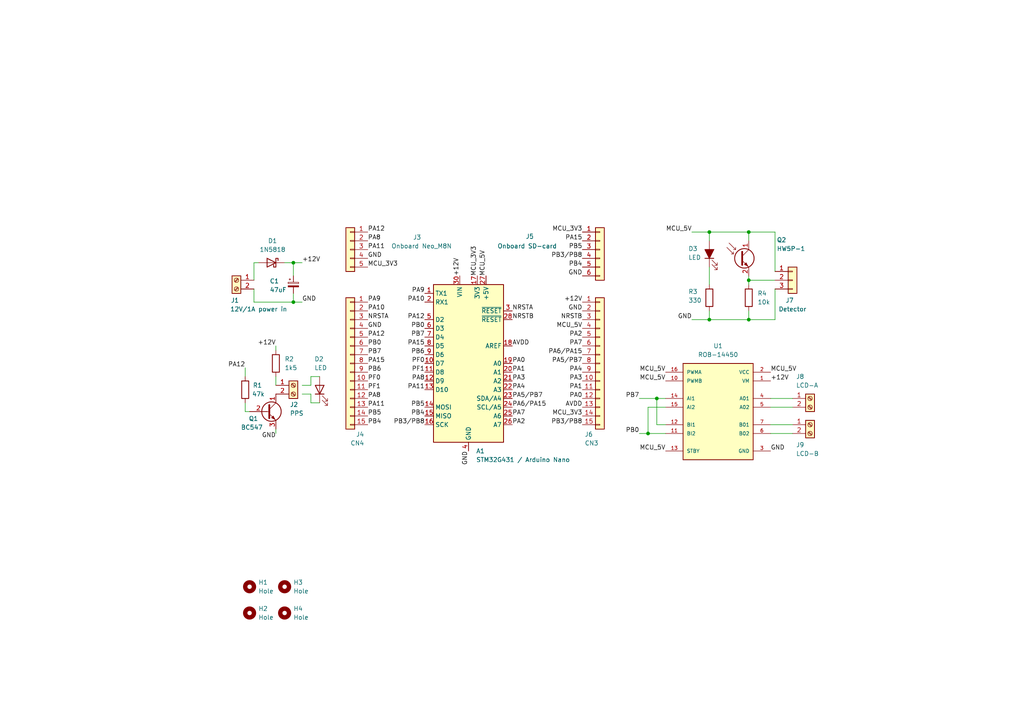
<source format=kicad_sch>
(kicad_sch (version 20231120) (generator "eeschema") (generator_version "8.0")
  (paper "A4")
  (lib_symbols
    (symbol "Connector:Screw_Terminal_01x02" (pin_names (offset 1.016) hide)
      (property "Reference" "J" (at 0 2.54 0))
      (property "Value" "Screw_Terminal_01x02" (at 0 -5.08 0))
      (symbol "Screw_Terminal_01x02_1_1"
        (rectangle (start -1.27 1.27) (end 1.27 -3.81) (stroke (width 0.254)) (fill (type background)))
        (circle (center 0 -2.54) (radius 0.635) (stroke (width 0.1524)))
        (polyline (pts (xy -0.5334 -2.2098) (xy 0.3302 -3.048)) (stroke (width 0.1524)))
        (polyline (pts (xy -0.5334 0.3302) (xy 0.3302 -0.508)) (stroke (width 0.1524)))
        (polyline (pts (xy -0.3556 -2.032) (xy 0.508 -2.8702)) (stroke (width 0.1524)))
        (polyline (pts (xy -0.3556 0.508) (xy 0.508 -0.3302)) (stroke (width 0.1524)))
        (circle (center 0 0) (radius 0.635) (stroke (width 0.1524)))
        (pin passive line (at -5.08 0 0) (length 3.81) (name "Pin_1") (number "1"))
        (pin passive line (at -5.08 -2.54 0) (length 3.81) (name "Pin_2") (number "2"))
      )
    )
    (symbol "Connector_Generic:Conn_01x03" (pin_names (offset 1.016) hide)
      (property "Reference" "J" (at 0 5.08 0))
      (property "Value" "Conn_01x03" (at 0 -5.08 0))
      (symbol "Conn_01x03_1_1"
        (rectangle (start -1.27 -2.413) (end 0 -2.667) (stroke (width 0.1524)))
        (rectangle (start -1.27 0.127) (end 0 -0.127) (stroke (width 0.1524)))
        (rectangle (start -1.27 2.667) (end 0 2.413) (stroke (width 0.1524)))
        (rectangle (start -1.27 3.81) (end 1.27 -3.81) (stroke (width 0.254)) (fill (type background)))
        (pin passive line (at -5.08 2.54 0) (length 3.81) (name "Pin_1") (number "1"))
        (pin passive line (at -5.08 0 0) (length 3.81) (name "Pin_2") (number "2"))
        (pin passive line (at -5.08 -2.54 0) (length 3.81) (name "Pin_3") (number "3"))
      )
    )
    (symbol "Connector_Generic:Conn_01x05" (pin_names (offset 1.016) hide)
      (property "Reference" "J" (at 0 7.62 0))
      (property "Value" "Conn_01x05" (at 0 -7.62 0))
      (symbol "Conn_01x05_1_1"
        (rectangle (start -1.27 -4.953) (end 0 -5.207) (stroke (width 0.1524)))
        (rectangle (start -1.27 -2.413) (end 0 -2.667) (stroke (width 0.1524)))
        (rectangle (start -1.27 0.127) (end 0 -0.127) (stroke (width 0.1524)))
        (rectangle (start -1.27 2.667) (end 0 2.413) (stroke (width 0.1524)))
        (rectangle (start -1.27 5.207) (end 0 4.953) (stroke (width 0.1524)))
        (rectangle (start -1.27 6.35) (end 1.27 -6.35) (stroke (width 0.254)) (fill (type background)))
        (pin passive line (at -5.08 5.08 0) (length 3.81) (name "Pin_1") (number "1"))
        (pin passive line (at -5.08 2.54 0) (length 3.81) (name "Pin_2") (number "2"))
        (pin passive line (at -5.08 0 0) (length 3.81) (name "Pin_3") (number "3"))
        (pin passive line (at -5.08 -2.54 0) (length 3.81) (name "Pin_4") (number "4"))
        (pin passive line (at -5.08 -5.08 0) (length 3.81) (name "Pin_5") (number "5"))
      )
    )
    (symbol "Connector_Generic:Conn_01x06" (pin_names (offset 1.016) hide)
      (property "Reference" "J" (at 0 7.62 0))
      (property "Value" "Conn_01x06" (at 0 -10.16 0))
      (symbol "Conn_01x06_1_1"
        (rectangle (start -1.27 -7.493) (end 0 -7.747) (stroke (width 0.1524)))
        (rectangle (start -1.27 -4.953) (end 0 -5.207) (stroke (width 0.1524)))
        (rectangle (start -1.27 -2.413) (end 0 -2.667) (stroke (width 0.1524)))
        (rectangle (start -1.27 0.127) (end 0 -0.127) (stroke (width 0.1524)))
        (rectangle (start -1.27 2.667) (end 0 2.413) (stroke (width 0.1524)))
        (rectangle (start -1.27 5.207) (end 0 4.953) (stroke (width 0.1524)))
        (rectangle (start -1.27 6.35) (end 1.27 -8.89) (stroke (width 0.254)) (fill (type background)))
        (pin passive line (at -5.08 5.08 0) (length 3.81) (name "Pin_1") (number "1"))
        (pin passive line (at -5.08 2.54 0) (length 3.81) (name "Pin_2") (number "2"))
        (pin passive line (at -5.08 0 0) (length 3.81) (name "Pin_3") (number "3"))
        (pin passive line (at -5.08 -2.54 0) (length 3.81) (name "Pin_4") (number "4"))
        (pin passive line (at -5.08 -5.08 0) (length 3.81) (name "Pin_5") (number "5"))
        (pin passive line (at -5.08 -7.62 0) (length 3.81) (name "Pin_6") (number "6"))
      )
    )
    (symbol "Connector_Generic:Conn_01x15" (pin_names (offset 1.016) hide)
      (property "Reference" "J" (at 0 20.32 0))
      (property "Value" "Conn_01x15" (at 0 -20.32 0))
      (symbol "Conn_01x15_1_1"
        (rectangle (start -1.27 -17.653) (end 0 -17.907) (stroke (width 0.1524)))
        (rectangle (start -1.27 -15.113) (end 0 -15.367) (stroke (width 0.1524)))
        (rectangle (start -1.27 -12.573) (end 0 -12.827) (stroke (width 0.1524)))
        (rectangle (start -1.27 -10.033) (end 0 -10.287) (stroke (width 0.1524)))
        (rectangle (start -1.27 -7.493) (end 0 -7.747) (stroke (width 0.1524)))
        (rectangle (start -1.27 -4.953) (end 0 -5.207) (stroke (width 0.1524)))
        (rectangle (start -1.27 -2.413) (end 0 -2.667) (stroke (width 0.1524)))
        (rectangle (start -1.27 0.127) (end 0 -0.127) (stroke (width 0.1524)))
        (rectangle (start -1.27 2.667) (end 0 2.413) (stroke (width 0.1524)))
        (rectangle (start -1.27 5.207) (end 0 4.953) (stroke (width 0.1524)))
        (rectangle (start -1.27 7.747) (end 0 7.493) (stroke (width 0.1524)))
        (rectangle (start -1.27 10.287) (end 0 10.033) (stroke (width 0.1524)))
        (rectangle (start -1.27 12.827) (end 0 12.573) (stroke (width 0.1524)))
        (rectangle (start -1.27 15.367) (end 0 15.113) (stroke (width 0.1524)))
        (rectangle (start -1.27 17.907) (end 0 17.653) (stroke (width 0.1524)))
        (rectangle (start -1.27 19.05) (end 1.27 -19.05) (stroke (width 0.254)) (fill (type background)))
        (pin passive line (at -5.08 17.78 0) (length 3.81) (name "Pin_1") (number "1"))
        (pin passive line (at -5.08 -5.08 0) (length 3.81) (name "Pin_10") (number "10"))
        (pin passive line (at -5.08 -7.62 0) (length 3.81) (name "Pin_11") (number "11"))
        (pin passive line (at -5.08 -10.16 0) (length 3.81) (name "Pin_12") (number "12"))
        (pin passive line (at -5.08 -12.7 0) (length 3.81) (name "Pin_13") (number "13"))
        (pin passive line (at -5.08 -15.24 0) (length 3.81) (name "Pin_14") (number "14"))
        (pin passive line (at -5.08 -17.78 0) (length 3.81) (name "Pin_15") (number "15"))
        (pin passive line (at -5.08 15.24 0) (length 3.81) (name "Pin_2") (number "2"))
        (pin passive line (at -5.08 12.7 0) (length 3.81) (name "Pin_3") (number "3"))
        (pin passive line (at -5.08 10.16 0) (length 3.81) (name "Pin_4") (number "4"))
        (pin passive line (at -5.08 7.62 0) (length 3.81) (name "Pin_5") (number "5"))
        (pin passive line (at -5.08 5.08 0) (length 3.81) (name "Pin_6") (number "6"))
        (pin passive line (at -5.08 2.54 0) (length 3.81) (name "Pin_7") (number "7"))
        (pin passive line (at -5.08 0 0) (length 3.81) (name "Pin_8") (number "8"))
        (pin passive line (at -5.08 -2.54 0) (length 3.81) (name "Pin_9") (number "9"))
      )
    )
    (symbol "Device:C_Polarized_Small" (pin_numbers hide) (pin_names (offset 0.254) hide)
      (property "Reference" "C" (at 0.254 1.778 0))
      (property "Value" "C_Polarized_Small" (at 0.254 -2.032 0))
      (symbol "C_Polarized_Small_0_1"
        (rectangle (start -1.524 -0.3048) (end 1.524 -0.6858) (fill (type outline)))
        (rectangle (start -1.524 0.6858) (end 1.524 0.3048))
        (polyline (pts (xy -1.27 1.524) (xy -0.762 1.524)))
        (polyline (pts (xy -1.016 1.27) (xy -1.016 1.778)))
      )
      (symbol "C_Polarized_Small_1_1"
        (pin passive line (at 0 2.54 270) (length 1.8542) (name "~") (number "1"))
        (pin passive line (at 0 -2.54 90) (length 1.8542) (name "~") (number "2"))
      )
    )
    (symbol "Device:LED" (pin_numbers hide) (pin_names (offset 1.016) hide)
      (property "Reference" "D" (at 0 2.54 0))
      (property "Value" "LED" (at 0 -2.54 0))
      (symbol "LED_0_1"
        (polyline (pts (xy -1.27 -1.27) (xy -1.27 1.27)) (stroke (width 0.254)))
        (polyline (pts (xy -1.27 0) (xy 1.27 0)))
        (polyline (pts (xy 1.27 -1.27) (xy 1.27 1.27) (xy -1.27 0) (xy 1.27 -1.27)) (stroke (width 0.254)))
        (polyline (pts (xy -3.048 -0.762) (xy -4.572 -2.286) (xy -3.81 -2.286) (xy -4.572 -2.286) (xy -4.572 -1.524)))
        (polyline (pts (xy -1.778 -0.762) (xy -3.302 -2.286) (xy -2.54 -2.286) (xy -3.302 -2.286) (xy -3.302 -1.524)))
      )
      (symbol "LED_1_1"
        (pin passive line (at -3.81 0 0) (length 2.54) (name "K") (number "1"))
        (pin passive line (at 3.81 0 180) (length 2.54) (name "A") (number "2"))
      )
    )
    (symbol "Device:LED_Filled" (pin_numbers hide) (pin_names (offset 1.016) hide)
      (property "Reference" "D" (at 0 2.54 0))
      (property "Value" "LED_Filled" (at 0 -2.54 0))
      (symbol "LED_Filled_0_1"
        (polyline (pts (xy -1.27 -1.27) (xy -1.27 1.27)) (stroke (width 0.254)))
        (polyline (pts (xy -1.27 0) (xy 1.27 0)))
        (polyline (pts (xy 1.27 -1.27) (xy 1.27 1.27) (xy -1.27 0) (xy 1.27 -1.27)) (stroke (width 0.254)) (fill (type outline)))
        (polyline (pts (xy -3.048 -0.762) (xy -4.572 -2.286) (xy -3.81 -2.286) (xy -4.572 -2.286) (xy -4.572 -1.524)))
        (polyline (pts (xy -1.778 -0.762) (xy -3.302 -2.286) (xy -2.54 -2.286) (xy -3.302 -2.286) (xy -3.302 -1.524)))
      )
      (symbol "LED_Filled_1_1"
        (pin passive line (at -3.81 0 0) (length 2.54) (name "K") (number "1"))
        (pin passive line (at 3.81 0 180) (length 2.54) (name "A") (number "2"))
      )
    )
    (symbol "Device:R" (pin_numbers hide) (pin_names (offset 0))
      (property "Reference" "R" (at 2.032 0 90))
      (property "Value" "R" (at 0 0 90))
      (symbol "R_0_1"
        (rectangle (start -1.016 -2.54) (end 1.016 2.54) (stroke (width 0.254)))
      )
      (symbol "R_1_1"
        (pin passive line (at 0 3.81 270) (length 1.27) (name "~") (number "1"))
        (pin passive line (at 0 -3.81 90) (length 1.27) (name "~") (number "2"))
      )
    )
    (symbol "Diode:1N5818" (pin_numbers hide) (pin_names (offset 1.016) hide)
      (property "Reference" "D" (at 0 2.54 0))
      (property "Value" "1N5818" (at 0 -2.54 0))
      (symbol "1N5818_0_1"
        (polyline (pts (xy 1.27 0) (xy -1.27 0)))
        (polyline (pts (xy 1.27 1.27) (xy 1.27 -1.27) (xy -1.27 0) (xy 1.27 1.27)) (stroke (width 0.254)))
        (polyline (pts (xy -1.905 0.635) (xy -1.905 1.27) (xy -1.27 1.27) (xy -1.27 -1.27) (xy -0.635 -1.27) (xy -0.635 -0.635)) (stroke (width 0.254)))
      )
      (symbol "1N5818_1_1"
        (pin passive line (at -3.81 0 0) (length 2.54) (name "K") (number "1"))
        (pin passive line (at 3.81 0 180) (length 2.54) (name "A") (number "2"))
      )
    )
    (symbol "MCU_Module:Arduino_Nano_Every"
      (property "Reference" "A" (at -10.16 23.495 0))
      (property "Value" "Arduino_Nano_Every" (at 5.08 -24.13 0))
      (symbol "Arduino_Nano_Every_0_1"
        (rectangle (start -10.16 22.86) (end 10.16 -22.86) (stroke (width 0.254)) (fill (type background)))
      )
      (symbol "Arduino_Nano_Every_1_1"
        (pin bidirectional line (at -12.7 20.32 0) (length 2.54) (name "TX1") (number "1"))
        (pin bidirectional line (at -12.7 0 0) (length 2.54) (name "D7") (number "10"))
        (pin bidirectional line (at -12.7 -2.54 0) (length 2.54) (name "D8") (number "11"))
        (pin bidirectional line (at -12.7 -5.08 0) (length 2.54) (name "D9") (number "12"))
        (pin bidirectional line (at -12.7 -7.62 0) (length 2.54) (name "D10") (number "13"))
        (pin bidirectional line (at -12.7 -12.7 0) (length 2.54) (name "MOSI") (number "14"))
        (pin bidirectional line (at -12.7 -15.24 0) (length 2.54) (name "MISO") (number "15"))
        (pin bidirectional line (at -12.7 -17.78 0) (length 2.54) (name "SCK") (number "16"))
        (pin power_out line (at 2.54 25.4 270) (length 2.54) (name "3V3") (number "17"))
        (pin input line (at 12.7 5.08 180) (length 2.54) (name "AREF") (number "18"))
        (pin bidirectional line (at 12.7 0 180) (length 2.54) (name "A0") (number "19"))
        (pin bidirectional line (at -12.7 17.78 0) (length 2.54) (name "RX1") (number "2"))
        (pin bidirectional line (at 12.7 -2.54 180) (length 2.54) (name "A1") (number "20"))
        (pin bidirectional line (at 12.7 -5.08 180) (length 2.54) (name "A2") (number "21"))
        (pin bidirectional line (at 12.7 -7.62 180) (length 2.54) (name "A3") (number "22"))
        (pin bidirectional line (at 12.7 -10.16 180) (length 2.54) (name "SDA/A4") (number "23"))
        (pin bidirectional line (at 12.7 -12.7 180) (length 2.54) (name "SCL/A5") (number "24"))
        (pin bidirectional line (at 12.7 -15.24 180) (length 2.54) (name "A6") (number "25"))
        (pin bidirectional line (at 12.7 -17.78 180) (length 2.54) (name "A7") (number "26"))
        (pin power_out line (at 5.08 25.4 270) (length 2.54) (name "+5V") (number "27"))
        (pin input line (at 12.7 12.7 180) (length 2.54) (name "~{RESET}") (number "28"))
        (pin passive line (at 0 -25.4 90) (length 2.54) hide (name "GND") (number "29"))
        (pin input line (at 12.7 15.24 180) (length 2.54) (name "~{RESET}") (number "3"))
        (pin power_in line (at -2.54 25.4 270) (length 2.54) (name "VIN") (number "30"))
        (pin power_in line (at 0 -25.4 90) (length 2.54) (name "GND") (number "4"))
        (pin bidirectional line (at -12.7 12.7 0) (length 2.54) (name "D2") (number "5"))
        (pin bidirectional line (at -12.7 10.16 0) (length 2.54) (name "D3") (number "6"))
        (pin bidirectional line (at -12.7 7.62 0) (length 2.54) (name "D4") (number "7"))
        (pin bidirectional line (at -12.7 5.08 0) (length 2.54) (name "D5") (number "8"))
        (pin bidirectional line (at -12.7 2.54 0) (length 2.54) (name "D6") (number "9"))
      )
    )
    (symbol "Mechanical:MountingHole" (pin_names (offset 1.016)) (exclude_from_sim yes) (in_bom no)
      (property "Reference" "H" (at 0 5.08 0))
      (property "Value" "MountingHole" (at 0 3.175 0))
      (symbol "MountingHole_0_1"
        (circle (center 0 0) (radius 1.27) (stroke (width 1.27)))
      )
    )
    (symbol "Sensor_Optical:BPW40" (pin_names (offset 0) hide)
      (property "Reference" "Q" (at 5.08 1.27 0))
      (property "Value" "BPW40" (at 5.08 -1.27 0))
      (symbol "BPW40_0_1"
        (polyline (pts (xy -1.905 1.27) (xy -2.54 1.27)))
        (polyline (pts (xy -1.27 2.54) (xy -1.905 2.54)))
        (polyline (pts (xy 0.635 0.635) (xy 2.54 2.54)))
        (polyline (pts (xy -3.81 3.175) (xy -1.905 1.27) (xy -1.905 1.905)))
        (polyline (pts (xy -3.175 4.445) (xy -1.27 2.54) (xy -1.27 3.175)))
        (polyline (pts (xy 0.635 -0.635) (xy 2.54 -2.54) (xy 2.54 -2.54)))
        (polyline (pts (xy 0.635 1.905) (xy 0.635 -1.905) (xy 0.635 -1.905)) (stroke (width 0.508)))
        (polyline (pts (xy 1.27 -1.778) (xy 1.778 -1.27) (xy 2.286 -2.286) (xy 1.27 -1.778) (xy 1.27 -1.778)) (fill (type outline)))
        (circle (center 1.27 0) (radius 2.8194) (stroke (width 0.254)))
      )
      (symbol "BPW40_1_1"
        (pin passive line (at 2.54 5.08 270) (length 2.54) (name "C") (number "1"))
        (pin passive line (at 2.54 -5.08 90) (length 2.54) (name "E") (number "2"))
      )
    )
    (symbol "TB6612_Motor_Driver_Module:ROB-14450" (pin_names (offset 1.016))
      (property "Reference" "U5" (at 0 20.32 0))
      (property "Value" "ROB-14450" (at 0 17.78 0))
      (symbol "ROB-14450_0_0"
        (rectangle (start -10.16 -12.7) (end 10.16 15.24) (stroke (width 0.254)) (fill (type background)))
        (pin power_in line (at 15.24 10.16 180) (length 5.08) (name "VM") (number "1"))
        (pin input line (at -15.24 10.16 0) (length 5.08) (name "PWMB") (number "10"))
        (pin input line (at -15.24 -5.08 0) (length 5.08) (name "BI2") (number "11"))
        (pin input line (at -15.24 -2.54 0) (length 5.08) (name "BI1") (number "12"))
        (pin input line (at -15.24 -10.16 0) (length 5.08) (name "STBY") (number "13"))
        (pin input line (at -15.24 5.08 0) (length 5.08) (name "AI1") (number "14"))
        (pin input line (at -15.24 2.54 0) (length 5.08) (name "AI2") (number "15"))
        (pin input line (at -15.24 12.7 0) (length 5.08) (name "PWMA") (number "16"))
        (pin power_in line (at 15.24 12.7 180) (length 5.08) (name "VCC") (number "2"))
        (pin power_in line (at 15.24 -10.16 180) (length 5.08) (name "GND") (number "3"))
        (pin output line (at 15.24 5.08 180) (length 5.08) (name "A01") (number "4"))
        (pin output line (at 15.24 2.54 180) (length 5.08) (name "A02") (number "5"))
        (pin output line (at 15.24 -5.08 180) (length 5.08) (name "B02") (number "6"))
        (pin output line (at 15.24 -2.54 180) (length 5.08) (name "B01") (number "7"))
        (pin power_in line (at 15.24 -10.16 180) (length 5.08) hide (name "GND") (number "8"))
        (pin power_in line (at 15.24 -10.16 180) (length 5.08) hide (name "GND") (number "9"))
      )
    )
    (symbol "Transistor_BJT:BC547" (pin_names (offset 0) hide)
      (property "Reference" "Q" (at 5.08 1.905 0))
      (property "Value" "BC547" (at 5.08 0 0))
      (symbol "BC547_0_1"
        (polyline (pts (xy 0 0) (xy 0.635 0)))
        (polyline (pts (xy 0.635 0.635) (xy 2.54 2.54)))
        (polyline (pts (xy 0.635 -0.635) (xy 2.54 -2.54) (xy 2.54 -2.54)))
        (polyline (pts (xy 0.635 1.905) (xy 0.635 -1.905) (xy 0.635 -1.905)) (stroke (width 0.508)))
        (polyline (pts (xy 1.27 -1.778) (xy 1.778 -1.27) (xy 2.286 -2.286) (xy 1.27 -1.778) (xy 1.27 -1.778)) (fill (type outline)))
        (circle (center 1.27 0) (radius 2.8194) (stroke (width 0.254)))
      )
      (symbol "BC547_1_1"
        (pin passive line (at 2.54 5.08 270) (length 2.54) (name "C") (number "1"))
        (pin input line (at -5.08 0 0) (length 5.08) (name "B") (number "2"))
        (pin passive line (at 2.54 -5.08 90) (length 2.54) (name "E") (number "3"))
      )
    )
  )
  (junction (at 85.09 76.2))
  (junction (at 217.17 92.71))
  (junction (at 190.5 115.57))
  (junction (at 217.17 67.31))
  (junction (at 205.74 67.31))
  (junction (at 187.96 125.73))
  (junction (at 205.74 92.71))
  (junction (at 217.17 81.28))
  (junction (at 85.09 87.63))
  (wire (pts (xy 205.74 67.31) (xy 217.17 67.31)))
  (wire (pts (xy 224.79 83.82) (xy 224.79 92.71)))
  (wire (pts (xy 71.12 116.84) (xy 71.12 119.38)))
  (wire (pts (xy 223.52 125.73) (xy 229.87 125.73)))
  (wire (pts (xy 217.17 81.28) (xy 224.79 81.28)))
  (wire (pts (xy 217.17 80.01) (xy 217.17 81.28)))
  (wire (pts (xy 82.55 76.2) (xy 85.09 76.2)))
  (wire (pts (xy 217.17 67.31) (xy 224.79 67.31)))
  (wire (pts (xy 90.17 111.76) (xy 90.17 109.22)))
  (wire (pts (xy 80.01 124.46) (xy 80.01 125.73)))
  (wire (pts (xy 85.09 76.2) (xy 87.63 76.2)))
  (wire (pts (xy 85.09 87.63) (xy 87.63 87.63)))
  (wire (pts (xy 185.42 125.73) (xy 187.96 125.73)))
  (wire (pts (xy 185.42 115.57) (xy 190.5 115.57)))
  (wire (pts (xy 205.74 67.31) (xy 205.74 69.85)))
  (wire (pts (xy 217.17 90.17) (xy 217.17 92.71)))
  (wire (pts (xy 205.74 92.71) (xy 217.17 92.71)))
  (wire (pts (xy 80.01 100.33) (xy 80.01 101.6)))
  (wire (pts (xy 85.09 85.09) (xy 85.09 87.63)))
  (wire (pts (xy 200.66 67.31) (xy 205.74 67.31)))
  (wire (pts (xy 187.96 118.11) (xy 187.96 125.73)))
  (wire (pts (xy 87.63 111.76) (xy 90.17 111.76)))
  (wire (pts (xy 217.17 92.71) (xy 224.79 92.71)))
  (wire (pts (xy 90.17 116.84) (xy 92.71 116.84)))
  (wire (pts (xy 193.04 118.11) (xy 187.96 118.11)))
  (wire (pts (xy 223.52 118.11) (xy 229.87 118.11)))
  (wire (pts (xy 187.96 125.73) (xy 193.04 125.73)))
  (wire (pts (xy 90.17 114.3) (xy 90.17 116.84)))
  (wire (pts (xy 217.17 81.28) (xy 217.17 82.55)))
  (wire (pts (xy 217.17 67.31) (xy 217.17 69.85)))
  (wire (pts (xy 90.17 109.22) (xy 92.71 109.22)))
  (wire (pts (xy 73.66 83.82) (xy 73.66 87.63)))
  (wire (pts (xy 190.5 123.19) (xy 193.04 123.19)))
  (wire (pts (xy 200.66 92.71) (xy 205.74 92.71)))
  (wire (pts (xy 190.5 115.57) (xy 193.04 115.57)))
  (wire (pts (xy 85.09 76.2) (xy 85.09 80.01)))
  (wire (pts (xy 224.79 78.74) (xy 224.79 67.31)))
  (wire (pts (xy 80.01 109.22) (xy 80.01 111.76)))
  (wire (pts (xy 223.52 123.19) (xy 229.87 123.19)))
  (wire (pts (xy 205.74 77.47) (xy 205.74 82.55)))
  (wire (pts (xy 71.12 119.38) (xy 72.39 119.38)))
  (wire (pts (xy 85.09 87.63) (xy 73.66 87.63)))
  (wire (pts (xy 223.52 115.57) (xy 229.87 115.57)))
  (wire (pts (xy 190.5 115.57) (xy 190.5 123.19)))
  (wire (pts (xy 205.74 90.17) (xy 205.74 92.71)))
  (wire (pts (xy 73.66 76.2) (xy 73.66 81.28)))
  (wire (pts (xy 87.63 114.3) (xy 90.17 114.3)))
  (wire (pts (xy 71.12 106.68) (xy 71.12 109.22)))
  (wire (pts (xy 74.93 76.2) (xy 73.66 76.2)))
  (label "PB6" (at 106.68 107.95 0))
  (label "PA7" (at 168.91 100.33 180))
  (label "PA6{slash}PA15" (at 168.91 102.87 180))
  (label "PA0" (at 168.91 115.57 180))
  (label "PA7" (at 148.59 120.65 0))
  (label "GND" (at 87.63 87.63 0))
  (label "PF1" (at 106.68 113.03 0))
  (label "GND" (at 106.68 95.25 0))
  (label "PF0" (at 123.19 105.41 180))
  (label "MCU_3V3" (at 138.43 80.01 90))
  (label "PB4" (at 106.68 123.19 0))
  (label "MCU_5V" (at 140.97 80.01 90))
  (label "PB7" (at 185.42 115.57 180))
  (label "NRSTB" (at 168.91 92.71 180))
  (label "PA11" (at 106.68 72.39 0))
  (label "PB4" (at 123.19 120.65 180))
  (label "GND" (at 106.68 74.93 0))
  (label "+12V" (at 168.91 87.63 180))
  (label "PA4" (at 168.91 107.95 180))
  (label "NRSTA" (at 106.68 92.71 0))
  (label "+12V" (at 80.01 100.33 180))
  (label "PA3" (at 168.91 110.49 180))
  (label "MCU_3V3" (at 106.68 77.47 0))
  (label "MCU_5V" (at 193.04 110.49 180))
  (label "PB5" (at 123.19 118.11 180))
  (label "PA12" (at 106.68 67.31 0))
  (label "PA2" (at 148.59 123.19 0))
  (label "PB3{slash}PB8" (at 168.91 123.19 180))
  (label "MCU_5V" (at 200.66 67.31 180))
  (label "PA15" (at 123.19 100.33 180))
  (label "PA8" (at 106.68 69.85 0))
  (label "PB4" (at 168.91 77.47 180))
  (label "MCU_5V" (at 193.04 107.95 180))
  (label "PA6{slash}PA15" (at 148.59 118.11 0))
  (label "PA3" (at 148.59 110.49 0))
  (label "PA8" (at 123.19 110.49 180))
  (label "PA1" (at 148.59 107.95 0))
  (label "PA10" (at 123.19 87.63 180))
  (label "PA5{slash}PB7" (at 168.91 105.41 180))
  (label "PB0" (at 185.42 125.73 180))
  (label "PB0" (at 106.68 100.33 0))
  (label "MCU_3V3" (at 168.91 67.31 180))
  (label "PA8" (at 106.68 115.57 0))
  (label "PB5" (at 168.91 72.39 180))
  (label "MCU_5V" (at 193.04 130.81 180))
  (label "PA12" (at 106.68 97.79 0))
  (label "PA10" (at 106.68 90.17 0))
  (label "GND" (at 168.91 80.01 180))
  (label "+12V" (at 223.52 110.49 0))
  (label "PF0" (at 106.68 110.49 0))
  (label "PA5{slash}PB7" (at 148.59 115.57 0))
  (label "PA2" (at 168.91 97.79 180))
  (label "PA12" (at 123.19 92.71 180))
  (label "+12V" (at 133.35 80.01 90))
  (label "PA4" (at 148.59 113.03 0))
  (label "NRSTB" (at 148.59 92.71 0))
  (label "PB7" (at 123.19 97.79 180))
  (label "PB7" (at 106.68 102.87 0))
  (label "MCU_3V3" (at 168.91 120.65 180))
  (label "PA12" (at 71.12 106.68 180))
  (label "PA11" (at 123.19 113.03 180))
  (label "AVDD" (at 148.59 100.33 0))
  (label "MCU_5V" (at 223.52 107.95 0))
  (label "GND" (at 223.52 130.81 0))
  (label "PA15" (at 106.68 105.41 0))
  (label "PF1" (at 123.19 107.95 180))
  (label "GND" (at 135.89 130.81 270))
  (label "+12V" (at 87.63 76.2 0))
  (label "GND" (at 168.91 90.17 180))
  (label "PA9" (at 123.19 85.09 180))
  (label "PB3{slash}PB8" (at 123.19 123.19 180))
  (label "AVDD" (at 168.91 118.11 180))
  (label "PA1" (at 168.91 113.03 180))
  (label "NRSTA" (at 148.59 90.17 0))
  (label "PB0" (at 123.19 95.25 180))
  (label "PA11" (at 106.68 118.11 0))
  (label "GND" (at 200.66 92.71 180))
  (label "PB3{slash}PB8" (at 168.91 74.93 180))
  (label "MCU_5V" (at 168.91 95.25 180))
  (label "GND" (at 80.01 125.73 180))
  (label "PA9" (at 106.68 87.63 0))
  (label "PB6" (at 123.19 102.87 180))
  (label "PA0" (at 148.59 105.41 0))
  (label "PB5" (at 106.68 120.65 0))
  (label "PA15" (at 168.91 69.85 180))
  (symbol (lib_id "Connector_Generic:Conn_01x15") (at 101.6 105.41 0) (mirror y) (unit 1)
    (property "Reference" "J4" (at 105.664 125.984 0) (effects (justify left)))
    (property "Value" "CN4" (at 105.664 128.524 0) (effects (justify left)))
    (property "Footprint" "Connector_PinSocket_2.54mm:PinSocket_1x15_P2.54mm_Vertical" (effects (hide yes)))
    (property "Description" "Generic connector, single row, 01x15, script generated (kicad-library-utils/schlib/autogen/connector/)" (effects (hide yes)))
  )
  (symbol (lib_id "TB6612_Motor_Driver_Module:ROB-14450") (at 208.28 120.65 0) (unit 1)
    (property "Reference" "U1" (at 208.28 100.33 0))
    (property "Value" "ROB-14450" (at 208.28 102.87 0))
    (property "Footprint" "TB6612_Module_ROB-144450:TB6612_Module_ROB-14450" (effects (hide yes)))
    (property "MF" "SparkFun Electronics" (effects (hide yes)))
    (property "Description_1" "\nTB6612FNG Motor Controller/Driver Power Management Evaluation Board\n" (effects (hide yes)))
    (property "Package" "None" (effects (hide yes)))
    (property "Price" "None" (effects (hide yes)))
    (property "Check_prices" "https://www.snapeda.com/parts/ROB-14450/SparkFun+Electronics/view-part/?ref=eda" (effects (hide yes)))
    (property "STANDARD" "Manufacturer Recommendation" (effects (hide yes)))
    (property "PARTREV" "11-13-17" (effects (hide yes)))
    (property "SnapEDA_Link" "https://www.snapeda.com/parts/ROB-14450/SparkFun+Electronics/view-part/?ref=snap" (effects (hide yes)))
    (property "MP" "ROB-14450" (effects (hide yes)))
    (property "Purchase-URL" "https://www.snapeda.com/api/url_track_click_mouser/?unipart_id=2656367&manufacturer=SparkFun Electronics&part_name=ROB-14450&search_term=None" (effects (hide yes)))
    (property "Availability" "In Stock" (effects (hide yes)))
    (property "MANUFACTURER" "Sparkfun Electronics" (effects (hide yes)))
  )
  (symbol (lib_id "Device:R") (at 80.01 105.41 0) (unit 1)
    (property "Reference" "R2" (at 82.55 104.1399 0) (effects (justify left)))
    (property "Value" "1k5" (at 82.55 106.6799 0) (effects (justify left)))
    (property "Footprint" "Resistor_THT:R_Axial_DIN0207_L6.3mm_D2.5mm_P10.16mm_Horizontal" (effects (hide yes)))
    (property "Description" "Resistor" (effects (hide yes)))
  )
  (symbol (lib_id "Device:LED") (at 92.71 113.03 90) (unit 1) (on_board no)
    (property "Reference" "D2" (at 91.186 104.14 90) (effects (justify right)))
    (property "Value" "LED" (at 91.186 106.68 90) (effects (justify right)))
    (property "Description" "Light emitting diode" (effects (hide yes)))
  )
  (symbol (lib_id "Device:LED_Filled") (at 205.74 73.66 90) (unit 1) (on_board no)
    (property "Reference" "D3" (at 199.644 72.136 90) (effects (justify right)))
    (property "Value" "LED" (at 199.644 74.676 90) (effects (justify right)))
    (property "Footprint" "LED_THT:LED_D5.0mm" (effects (hide yes)))
  )
  (symbol (lib_id "Connector_Generic:Conn_01x15") (at 173.99 105.41 0) (unit 1)
    (property "Reference" "J6" (at 169.5786 125.9865 0) (effects (justify left)))
    (property "Value" "CN3" (at 169.5786 128.5265 0) (effects (justify left)))
    (property "Footprint" "Connector_PinSocket_2.54mm:PinSocket_1x15_P2.54mm_Vertical" (effects (hide yes)))
    (property "Description" "Generic connector, single row, 01x15, script generated (kicad-library-utils/schlib/autogen/connector/)" (effects (hide yes)))
  )
  (symbol (lib_id "Connector:Screw_Terminal_01x02") (at 85.09 111.76 0) (unit 1)
    (property "Reference" "J2" (at 84.074 117.348 0) (effects (justify left)))
    (property "Value" "PPS" (at 84.074 119.888 0) (effects (justify left)))
    (property "Footprint" "Variants:TerminalBlock_RND_1x02_P5.00mm_Horizontal_Small_Courtyard" (effects (hide yes)))
    (property "Description" "Generic screw terminal, single row, 01x02, script generated (kicad-library-utils/schlib/autogen/connector/)" (effects (hide yes)))
  )
  (symbol (lib_id "Mechanical:MountingHole") (at 72.39 170.18 0) (unit 1) (exclude_from_sim yes) (in_bom no)
    (property "Reference" "H1" (at 74.93 168.9099 0) (effects (justify left)))
    (property "Value" "Hole" (at 74.93 171.4499 0) (effects (justify left)))
    (property "Footprint" "MountingHole:MountingHole_3.2mm_M3_ISO14580" (effects (hide yes)))
    (property "Description" "Mounting Hole without connection" (effects (hide yes)))
  )
  (symbol (lib_id "Device:R") (at 217.17 86.36 0) (unit 1) (on_board no)
    (property "Reference" "R4" (at 219.71 85.0899 0) (effects (justify left)))
    (property "Value" "10k" (at 219.71 87.6299 0) (effects (justify left)))
    (property "Footprint" "Resistor_THT:R_Axial_DIN0207_L6.3mm_D2.5mm_P10.16mm_Horizontal" (effects (hide yes)))
    (property "Description" "Resistor" (effects (hide yes)))
  )
  (symbol (lib_id "Connector_Generic:Conn_01x03") (at 229.87 81.28 0) (unit 1) (on_board no)
    (property "Reference" "J7" (at 227.838 87.122 0) (effects (justify left)))
    (property "Value" "Detector" (at 225.806 89.662 0) (effects (justify left)))
    (property "Description" "Generic connector, single row, 01x03, script generated (kicad-library-utils/schlib/autogen/connector/)" (effects (hide yes)))
  )
  (symbol (lib_id "Mechanical:MountingHole") (at 82.55 170.18 0) (unit 1) (exclude_from_sim yes) (in_bom no)
    (property "Reference" "H3" (at 85.09 168.9099 0) (effects (justify left)))
    (property "Value" "Hole" (at 85.09 171.4499 0) (effects (justify left)))
    (property "Footprint" "MountingHole:MountingHole_3.2mm_M3_ISO14580" (effects (hide yes)))
    (property "Description" "Mounting Hole without connection" (effects (hide yes)))
  )
  (symbol (lib_id "Device:R") (at 205.74 86.36 0) (unit 1) (on_board no)
    (property "Reference" "R3" (at 199.644 84.582 0) (effects (justify left)))
    (property "Value" "330" (at 199.644 87.122 0) (effects (justify left)))
    (property "Footprint" "Resistor_THT:R_Axial_DIN0207_L6.3mm_D2.5mm_P10.16mm_Horizontal" (effects (hide yes)))
  )
  (symbol (lib_id "Sensor_Optical:BPW40") (at 214.63 74.93 0) (unit 1) (on_board no)
    (property "Reference" "Q2" (at 225.298 69.596 0) (effects (justify left)))
    (property "Value" "HW5P-1" (at 225.298 72.136 0) (effects (justify left)))
    (property "Footprint" "LED_THT:LED_D5.0mm_Clear" (effects (hide yes)))
    (property "Description" "Phototransistor NPN" (effects (hide yes)))
  )
  (symbol (lib_id "Mechanical:MountingHole") (at 82.55 177.8 0) (unit 1) (exclude_from_sim yes) (in_bom no)
    (property "Reference" "H4" (at 85.09 176.5299 0) (effects (justify left)))
    (property "Value" "Hole" (at 85.09 179.0699 0) (effects (justify left)))
    (property "Footprint" "MountingHole:MountingHole_3.2mm_M3_ISO14580" (effects (hide yes)))
    (property "Description" "Mounting Hole without connection" (effects (hide yes)))
  )
  (symbol (lib_id "Connector:Screw_Terminal_01x02") (at 68.58 81.28 0) (mirror y) (unit 1)
    (property "Reference" "J1" (at 69.342 87.122 0) (effects (justify left)))
    (property "Value" "12V/1A power in" (at 83.312 89.662 0) (effects (justify left)))
    (property "Footprint" "Variants:TerminalBlock_RND_1x02_P5.00mm_Horizontal_Small_Courtyard" (effects (hide yes)))
    (property "Description" "Generic screw terminal, single row, 01x02, script generated (kicad-library-utils/schlib/autogen/connector/)" (effects (hide yes)))
  )
  (symbol (lib_id "Connector_Generic:Conn_01x05") (at 101.6 72.39 0) (mirror y) (unit 1)
    (property "Reference" "J3" (at 122.174 68.834 0) (effects (justify left)))
    (property "Value" "Onboard Neo_M8N" (at 131.064 71.374 0) (effects (justify left)))
    (property "Footprint" "Neo-M8N_Module:Neo-M8N_1x05_P2.50mm_Horizontal" (effects (hide yes)))
    (property "Description" "Generic connector, single row, 01x05, script generated (kicad-library-utils/schlib/autogen/connector/)" (effects (hide yes)))
  )
  (symbol (lib_id "MCU_Module:Arduino_Nano_Every") (at 135.89 105.41 0) (unit 1)
    (property "Reference" "A1" (at 138.0841 130.81 0) (effects (justify left)))
    (property "Value" "STM32G431 / Arduino Nano" (at 138.0841 133.35 0) (effects (justify left)))
    (property "Footprint" "Module:Arduino_Nano" (effects (hide yes)))
    (property "Datasheet" "https://content.arduino.cc/assets/NANOEveryV3.0_sch.pdf" (effects (hide yes)))
    (property "Description" "Arduino Nano Every" (effects (hide yes)))
  )
  (symbol (lib_id "Mechanical:MountingHole") (at 72.39 177.8 0) (unit 1) (exclude_from_sim yes) (in_bom no)
    (property "Reference" "H2" (at 74.93 176.5299 0) (effects (justify left)))
    (property "Value" "Hole" (at 74.93 179.0699 0) (effects (justify left)))
    (property "Footprint" "MountingHole:MountingHole_3.2mm_M3_ISO14580" (effects (hide yes)))
    (property "Description" "Mounting Hole without connection" (effects (hide yes)))
  )
  (symbol (lib_id "Connector:Screw_Terminal_01x02") (at 234.95 123.19 0) (unit 1)
    (property "Reference" "J9" (at 230.886 129.032 0) (effects (justify left)))
    (property "Value" "LCD-B" (at 230.886 131.572 0) (effects (justify left)))
    (property "Footprint" "Variants:TerminalBlock_RND_1x02_P5.00mm_Horizontal_Small_Courtyard" (effects (hide yes)))
    (property "Description" "Generic screw terminal, single row, 01x02, script generated (kicad-library-utils/schlib/autogen/connector/)" (effects (hide yes)))
  )
  (symbol (lib_id "Device:C_Polarized_Small") (at 85.09 82.55 0) (unit 1)
    (property "Reference" "C1" (at 78.232 81.534 0) (effects (justify left)))
    (property "Value" "47uF" (at 78.232 84.074 0) (effects (justify left)))
    (property "Footprint" "Capacitor_THT:CP_Radial_D5.0mm_P2.50mm" (effects (hide yes)))
    (property "Description" "Polarized capacitor, small symbol" (effects (hide yes)))
  )
  (symbol (lib_id "Transistor_BJT:BC547") (at 77.47 119.38 0) (unit 1)
    (property "Reference" "Q1" (at 72.136 121.412 0) (effects (justify left)))
    (property "Value" "BC547" (at 69.85 123.952 0) (effects (justify left)))
    (property "Footprint" "Package_TO_SOT_THT:TO-92" (effects (hide yes)))
    (property "Datasheet" "https://www.onsemi.com/pub/Collateral/BC550-D.pdf" (effects (hide yes)))
    (property "Description" "0.1A Ic, 45V Vce, Small Signal NPN Transistor, TO-92" (effects (hide yes)))
  )
  (symbol (lib_id "Diode:1N5818") (at 78.74 76.2 0) (mirror y) (unit 1)
    (property "Reference" "D1" (at 79.0575 69.85 0))
    (property "Value" "1N5818" (at 79.0575 72.39 0))
    (property "Footprint" "Diode_THT:D_DO-41_SOD81_P10.16mm_Horizontal" (effects (hide yes)))
    (property "Datasheet" "http://www.vishay.com/docs/88525/1n5817.pdf" (effects (hide yes)))
    (property "Description" "30V 1A Schottky Barrier Rectifier Diode, DO-41" (effects (hide yes)))
  )
  (symbol (lib_id "Device:R") (at 71.12 113.03 0) (unit 1)
    (property "Reference" "R1" (at 74.676 111.76 0))
    (property "Value" "47k" (at 74.93 114.3 0))
    (property "Footprint" "Resistor_THT:R_Axial_DIN0207_L6.3mm_D2.5mm_P10.16mm_Horizontal" (effects (hide yes)))
    (property "Description" "Resistor" (effects (hide yes)))
  )
  (symbol (lib_id "Connector_Generic:Conn_01x06") (at 173.99 72.39 0) (unit 1)
    (property "Reference" "J5" (at 153.67 68.58 0))
    (property "Value" "Onboard SD-card" (at 152.908 71.374 0))
    (property "Footprint" "SDcard_IPC_breakout:SDcard_IPC_breakout_1x06_P2.54mm_Vertical" (effects (hide yes)))
    (property "Description" "Generic connector, single row, 01x06, script generated (kicad-library-utils/schlib/autogen/connector/)" (effects (hide yes)))
  )
  (symbol (lib_id "Connector:Screw_Terminal_01x02") (at 234.95 115.57 0) (unit 1)
    (property "Reference" "J8" (at 230.886 109.22 0) (effects (justify left)))
    (property "Value" "LCD-A" (at 230.886 111.76 0) (effects (justify left)))
    (property "Footprint" "Variants:TerminalBlock_RND_1x02_P5.00mm_Horizontal_Small_Courtyard" (effects (hide yes)))
    (property "Description" "Generic screw terminal, single row, 01x02, script generated (kicad-library-utils/schlib/autogen/connector/)" (effects (hide yes)))
  )
)
</source>
